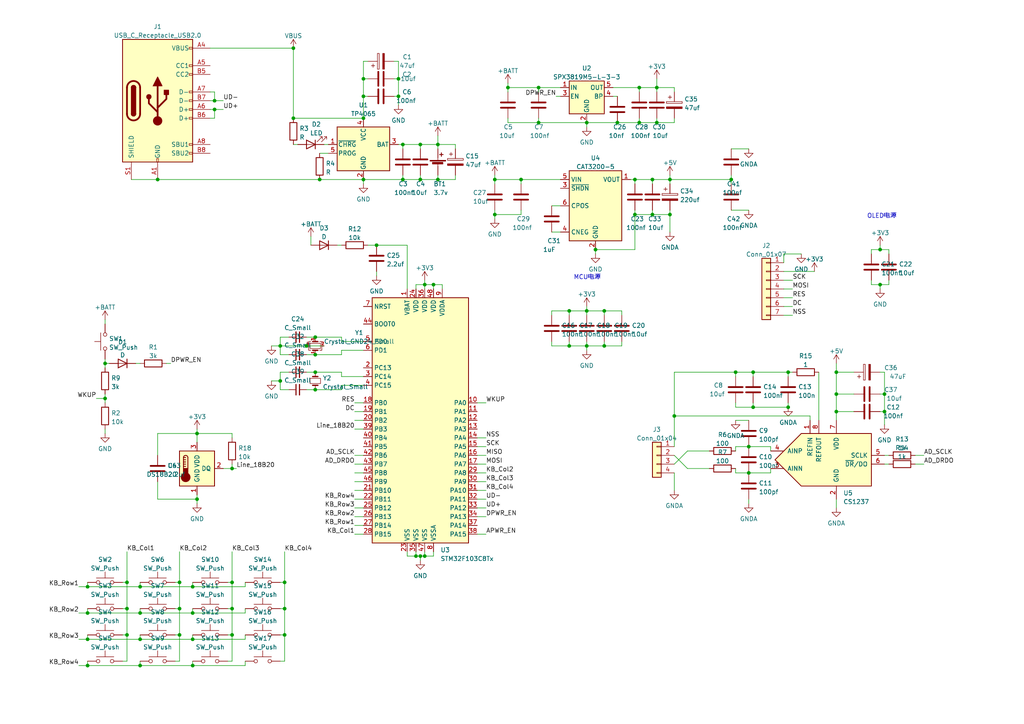
<source format=kicad_sch>
(kicad_sch (version 20211123) (generator eeschema)
  (paper "A4")
  (junction (at 127 52.07))
  (junction (at 125.73 82.55))
  (junction (at 121.92 52.07))
  (junction (at 40.64 177.8))
  (junction (at 105.41 52.07))
  (junction (at 52.07 184.15))
  (junction (at 81.28 100.33))
  (junction (at 123.19 161.29))
  (junction (at 143.51 52.07))
  (junction (at 218.44 107.95))
  (junction (at 52.07 168.91))
  (junction (at 25.4 185.42))
  (junction (at 67.31 184.15))
  (junction (at 184.15 52.07))
  (junction (at 170.18 100.33))
  (junction (at 175.26 100.33))
  (junction (at 25.4 170.18))
  (junction (at 190.5 35.56))
  (junction (at 57.15 144.78))
  (junction (at 228.6 107.95))
  (junction (at 255.27 82.55))
  (junction (at 217.17 129.54))
  (junction (at 85.09 34.29))
  (junction (at 40.64 185.42))
  (junction (at 45.72 52.07))
  (junction (at 165.1 90.17))
  (junction (at 217.17 137.16))
  (junction (at 170.18 90.17))
  (junction (at 82.55 168.91))
  (junction (at 195.58 120.65))
  (junction (at 213.36 107.95))
  (junction (at 67.31 135.89))
  (junction (at 105.41 22.86))
  (junction (at 218.44 118.11))
  (junction (at 82.55 184.15))
  (junction (at 85.09 13.97))
  (junction (at 256.54 119.38))
  (junction (at 194.31 52.07))
  (junction (at 120.65 161.29))
  (junction (at 143.51 62.23))
  (junction (at 179.07 35.56))
  (junction (at 91.44 113.03))
  (junction (at 55.88 170.18))
  (junction (at 105.41 34.29))
  (junction (at 40.64 193.04))
  (junction (at 62.23 29.21))
  (junction (at 115.57 22.86))
  (junction (at 228.6 118.11))
  (junction (at 91.44 97.79))
  (junction (at 165.1 100.33))
  (junction (at 67.31 176.53))
  (junction (at 123.19 82.55))
  (junction (at 55.88 193.04))
  (junction (at 170.18 35.56))
  (junction (at 55.88 185.42))
  (junction (at 82.55 176.53))
  (junction (at 67.31 168.91))
  (junction (at 88.9 100.33))
  (junction (at 156.21 35.56))
  (junction (at 116.84 52.07))
  (junction (at 36.83 168.91))
  (junction (at 255.27 72.39))
  (junction (at 91.44 102.87))
  (junction (at 242.57 119.38))
  (junction (at 190.5 25.4))
  (junction (at 30.48 115.57))
  (junction (at 25.4 193.04))
  (junction (at 116.84 41.91))
  (junction (at 40.64 170.18))
  (junction (at 127 41.91))
  (junction (at 57.15 125.73))
  (junction (at 115.57 27.94))
  (junction (at 242.57 107.95))
  (junction (at 109.22 71.12))
  (junction (at 212.09 52.07))
  (junction (at 25.4 177.8))
  (junction (at 175.26 90.17))
  (junction (at 147.32 25.4))
  (junction (at 185.42 25.4))
  (junction (at 156.21 25.4))
  (junction (at 256.54 114.3))
  (junction (at 92.71 52.07))
  (junction (at 36.83 184.15))
  (junction (at 194.31 62.23))
  (junction (at 91.44 107.95))
  (junction (at 189.23 52.07))
  (junction (at 184.15 62.23))
  (junction (at 62.23 31.75))
  (junction (at 242.57 114.3))
  (junction (at 36.83 176.53))
  (junction (at 189.23 62.23))
  (junction (at 30.48 105.41))
  (junction (at 105.41 27.94))
  (junction (at 185.42 35.56))
  (junction (at 121.92 41.91))
  (junction (at 121.92 161.29))
  (junction (at 81.28 110.49))
  (junction (at 151.13 52.07))
  (junction (at 52.07 176.53))
  (junction (at 55.88 177.8))
  (junction (at 172.72 72.39))
  (wire (pts (xy 213.36 121.92) (xy 217.17 121.92)))
  (wire (pts (xy 81.28 184.15) (xy 82.55 184.15)))
  (wire (pts (xy 255.27 82.55) (xy 257.81 82.55)))
  (wire (pts (xy 81.28 176.53) (xy 82.55 176.53)))
  (wire (pts (xy 247.65 114.3) (xy 242.57 114.3)))
  (wire (pts (xy 140.97 137.16) (xy 138.43 137.16)))
  (wire (pts (xy 247.65 107.95) (xy 242.57 107.95)))
  (wire (pts (xy 66.04 191.77) (xy 67.31 191.77)))
  (wire (pts (xy 195.58 134.62) (xy 199.39 130.81)))
  (wire (pts (xy 237.49 107.95) (xy 237.49 121.92)))
  (wire (pts (xy 194.31 52.07) (xy 212.09 52.07)))
  (wire (pts (xy 257.81 134.62) (xy 256.54 134.62)))
  (wire (pts (xy 165.1 90.17) (xy 170.18 90.17)))
  (wire (pts (xy 99.06 99.06) (xy 105.41 99.06)))
  (wire (pts (xy 105.41 34.29) (xy 105.41 27.94)))
  (wire (pts (xy 92.71 44.45) (xy 95.25 44.45)))
  (wire (pts (xy 140.97 134.62) (xy 138.43 134.62)))
  (wire (pts (xy 194.31 62.23) (xy 194.31 67.31)))
  (wire (pts (xy 55.88 191.77) (xy 55.88 193.04)))
  (wire (pts (xy 66.04 168.91) (xy 67.31 168.91)))
  (wire (pts (xy 36.83 168.91) (xy 36.83 176.53)))
  (wire (pts (xy 102.87 149.86) (xy 105.41 149.86)))
  (wire (pts (xy 147.32 35.56) (xy 156.21 35.56)))
  (wire (pts (xy 36.83 160.02) (xy 36.83 168.91)))
  (wire (pts (xy 256.54 119.38) (xy 256.54 114.3)))
  (wire (pts (xy 170.18 90.17) (xy 175.26 90.17)))
  (wire (pts (xy 115.57 30.48) (xy 115.57 27.94)))
  (wire (pts (xy 62.23 29.21) (xy 64.77 29.21)))
  (wire (pts (xy 30.48 92.71) (xy 30.48 93.98)))
  (wire (pts (xy 242.57 114.3) (xy 242.57 119.38)))
  (wire (pts (xy 118.11 83.82) (xy 118.11 71.12)))
  (wire (pts (xy 105.41 22.86) (xy 106.68 22.86)))
  (wire (pts (xy 71.12 168.91) (xy 71.12 170.18)))
  (wire (pts (xy 229.87 86.36) (xy 227.33 86.36)))
  (wire (pts (xy 255.27 119.38) (xy 256.54 119.38)))
  (wire (pts (xy 85.09 34.29) (xy 85.09 13.97)))
  (wire (pts (xy 213.36 129.54) (xy 213.36 130.81)))
  (wire (pts (xy 147.32 24.13) (xy 147.32 25.4)))
  (wire (pts (xy 212.09 43.18) (xy 217.17 43.18)))
  (wire (pts (xy 217.17 137.16) (xy 223.52 137.16)))
  (wire (pts (xy 127 41.91) (xy 132.08 41.91)))
  (wire (pts (xy 123.19 83.82) (xy 123.19 82.55)))
  (wire (pts (xy 182.88 52.07) (xy 184.15 52.07)))
  (wire (pts (xy 30.48 125.73) (xy 30.48 124.46)))
  (wire (pts (xy 160.02 90.17) (xy 165.1 90.17)))
  (wire (pts (xy 36.83 184.15) (xy 36.83 191.77)))
  (wire (pts (xy 57.15 125.73) (xy 57.15 128.27)))
  (wire (pts (xy 60.96 34.29) (xy 62.23 34.29)))
  (wire (pts (xy 151.13 60.96) (xy 151.13 62.23)))
  (wire (pts (xy 118.11 71.12) (xy 109.22 71.12)))
  (wire (pts (xy 91.44 102.87) (xy 88.9 102.87)))
  (wire (pts (xy 257.81 132.08) (xy 256.54 132.08)))
  (wire (pts (xy 252.73 73.66) (xy 252.73 72.39)))
  (wire (pts (xy 242.57 144.78) (xy 242.57 147.32)))
  (wire (pts (xy 52.07 168.91) (xy 52.07 160.02)))
  (wire (pts (xy 227.33 76.2) (xy 227.33 73.66)))
  (wire (pts (xy 67.31 127) (xy 67.31 125.73)))
  (wire (pts (xy 99.06 113.03) (xy 99.06 111.76)))
  (wire (pts (xy 160.02 91.44) (xy 160.02 90.17)))
  (wire (pts (xy 189.23 52.07) (xy 194.31 52.07)))
  (wire (pts (xy 71.12 193.04) (xy 71.12 191.77)))
  (wire (pts (xy 194.31 60.96) (xy 194.31 62.23)))
  (wire (pts (xy 120.65 161.29) (xy 121.92 161.29)))
  (wire (pts (xy 121.92 162.56) (xy 121.92 161.29)))
  (wire (pts (xy 267.97 134.62) (xy 265.43 134.62)))
  (wire (pts (xy 67.31 176.53) (xy 67.31 168.91)))
  (wire (pts (xy 212.09 60.96) (xy 217.17 60.96)))
  (wire (pts (xy 140.97 132.08) (xy 138.43 132.08)))
  (wire (pts (xy 185.42 25.4) (xy 190.5 25.4)))
  (wire (pts (xy 151.13 52.07) (xy 162.56 52.07)))
  (wire (pts (xy 81.28 107.95) (xy 81.28 110.49)))
  (wire (pts (xy 128.27 82.55) (xy 128.27 83.82)))
  (wire (pts (xy 147.32 26.67) (xy 147.32 25.4)))
  (wire (pts (xy 102.87 147.32) (xy 105.41 147.32)))
  (wire (pts (xy 213.36 116.84) (xy 213.36 118.11)))
  (wire (pts (xy 45.72 144.78) (xy 45.72 139.7)))
  (wire (pts (xy 25.4 191.77) (xy 25.4 193.04)))
  (wire (pts (xy 116.84 50.8) (xy 116.84 52.07)))
  (wire (pts (xy 195.58 107.95) (xy 213.36 107.95)))
  (wire (pts (xy 125.73 83.82) (xy 125.73 82.55)))
  (wire (pts (xy 81.28 113.03) (xy 83.82 113.03)))
  (wire (pts (xy 177.8 25.4) (xy 185.42 25.4)))
  (wire (pts (xy 45.72 125.73) (xy 57.15 125.73)))
  (wire (pts (xy 81.28 191.77) (xy 82.55 191.77)))
  (wire (pts (xy 175.26 99.06) (xy 175.26 100.33)))
  (wire (pts (xy 125.73 161.29) (xy 125.73 160.02)))
  (wire (pts (xy 99.06 107.95) (xy 91.44 107.95)))
  (wire (pts (xy 48.26 105.41) (xy 49.53 105.41)))
  (wire (pts (xy 218.44 107.95) (xy 228.6 107.95)))
  (wire (pts (xy 127 50.8) (xy 127 52.07)))
  (wire (pts (xy 123.19 160.02) (xy 123.19 161.29)))
  (wire (pts (xy 170.18 100.33) (xy 175.26 100.33)))
  (wire (pts (xy 25.4 170.18) (xy 40.64 170.18)))
  (wire (pts (xy 62.23 26.67) (xy 62.23 29.21)))
  (wire (pts (xy 40.64 184.15) (xy 40.64 185.42)))
  (wire (pts (xy 115.57 27.94) (xy 115.57 22.86)))
  (wire (pts (xy 218.44 118.11) (xy 228.6 118.11)))
  (wire (pts (xy 217.17 129.54) (xy 223.52 129.54)))
  (wire (pts (xy 105.41 139.7) (xy 102.87 139.7)))
  (wire (pts (xy 172.72 72.39) (xy 184.15 72.39)))
  (wire (pts (xy 115.57 22.86) (xy 114.3 22.86)))
  (wire (pts (xy 39.37 105.41) (xy 40.64 105.41)))
  (wire (pts (xy 40.64 168.91) (xy 40.64 170.18)))
  (wire (pts (xy 116.84 41.91) (xy 121.92 41.91)))
  (wire (pts (xy 175.26 91.44) (xy 175.26 90.17)))
  (wire (pts (xy 81.28 100.33) (xy 88.9 100.33)))
  (wire (pts (xy 102.87 137.16) (xy 105.41 137.16)))
  (wire (pts (xy 35.56 191.77) (xy 36.83 191.77)))
  (wire (pts (xy 93.98 41.91) (xy 95.25 41.91)))
  (wire (pts (xy 55.88 168.91) (xy 55.88 170.18)))
  (wire (pts (xy 156.21 25.4) (xy 162.56 25.4)))
  (wire (pts (xy 25.4 185.42) (xy 40.64 185.42)))
  (wire (pts (xy 247.65 119.38) (xy 242.57 119.38)))
  (wire (pts (xy 102.87 119.38) (xy 105.41 119.38)))
  (wire (pts (xy 160.02 99.06) (xy 160.02 100.33)))
  (wire (pts (xy 35.56 168.91) (xy 36.83 168.91)))
  (wire (pts (xy 127 43.18) (xy 127 41.91)))
  (wire (pts (xy 140.97 129.54) (xy 138.43 129.54)))
  (wire (pts (xy 120.65 82.55) (xy 123.19 82.55)))
  (wire (pts (xy 52.07 176.53) (xy 52.07 168.91)))
  (wire (pts (xy 120.65 83.82) (xy 120.65 82.55)))
  (wire (pts (xy 227.33 73.66) (xy 232.41 73.66)))
  (wire (pts (xy 55.88 184.15) (xy 55.88 185.42)))
  (wire (pts (xy 105.41 27.94) (xy 105.41 22.86)))
  (wire (pts (xy 170.18 91.44) (xy 170.18 90.17)))
  (wire (pts (xy 109.22 78.74) (xy 109.22 80.01)))
  (wire (pts (xy 165.1 91.44) (xy 165.1 90.17)))
  (wire (pts (xy 170.18 90.17) (xy 170.18 88.9)))
  (wire (pts (xy 255.27 72.39) (xy 257.81 72.39)))
  (wire (pts (xy 255.27 114.3) (xy 256.54 114.3)))
  (wire (pts (xy 143.51 53.34) (xy 143.51 52.07)))
  (wire (pts (xy 234.95 120.65) (xy 195.58 120.65)))
  (wire (pts (xy 92.71 52.07) (xy 105.41 52.07)))
  (wire (pts (xy 40.64 193.04) (xy 55.88 193.04)))
  (wire (pts (xy 255.27 83.82) (xy 255.27 82.55)))
  (wire (pts (xy 105.41 111.76) (xy 99.06 111.76)))
  (wire (pts (xy 213.36 137.16) (xy 217.17 137.16)))
  (wire (pts (xy 120.65 160.02) (xy 120.65 161.29)))
  (wire (pts (xy 229.87 107.95) (xy 228.6 107.95)))
  (wire (pts (xy 228.6 118.11) (xy 228.6 116.84)))
  (wire (pts (xy 67.31 168.91) (xy 67.31 160.02)))
  (wire (pts (xy 228.6 109.22) (xy 228.6 107.95)))
  (wire (pts (xy 81.28 110.49) (xy 81.28 113.03)))
  (wire (pts (xy 165.1 100.33) (xy 170.18 100.33)))
  (wire (pts (xy 161.29 27.94) (xy 162.56 27.94)))
  (wire (pts (xy 138.43 147.32) (xy 140.97 147.32)))
  (wire (pts (xy 55.88 185.42) (xy 71.12 185.42)))
  (wire (pts (xy 242.57 107.95) (xy 242.57 114.3)))
  (wire (pts (xy 30.48 116.84) (xy 30.48 115.57)))
  (wire (pts (xy 105.41 101.6) (xy 99.06 101.6)))
  (wire (pts (xy 115.57 17.78) (xy 115.57 22.86)))
  (wire (pts (xy 25.4 193.04) (xy 40.64 193.04)))
  (wire (pts (xy 105.41 116.84) (xy 102.87 116.84)))
  (wire (pts (xy 40.64 191.77) (xy 40.64 193.04)))
  (wire (pts (xy 185.42 35.56) (xy 190.5 35.56)))
  (wire (pts (xy 212.09 52.07) (xy 212.09 53.34)))
  (wire (pts (xy 190.5 22.86) (xy 190.5 25.4)))
  (wire (pts (xy 147.32 35.56) (xy 147.32 34.29)))
  (wire (pts (xy 190.5 35.56) (xy 190.5 34.29)))
  (wire (pts (xy 85.09 41.91) (xy 86.36 41.91)))
  (wire (pts (xy 82.55 168.91) (xy 82.55 160.02)))
  (wire (pts (xy 185.42 26.67) (xy 185.42 25.4)))
  (wire (pts (xy 71.12 185.42) (xy 71.12 184.15)))
  (wire (pts (xy 93.98 100.33) (xy 88.9 100.33)))
  (wire (pts (xy 40.64 176.53) (xy 40.64 177.8)))
  (wire (pts (xy 189.23 53.34) (xy 189.23 52.07)))
  (wire (pts (xy 22.86 185.42) (xy 25.4 185.42)))
  (wire (pts (xy 189.23 62.23) (xy 184.15 62.23)))
  (wire (pts (xy 213.36 109.22) (xy 213.36 107.95)))
  (wire (pts (xy 175.26 90.17) (xy 180.34 90.17)))
  (wire (pts (xy 60.96 29.21) (xy 62.23 29.21)))
  (wire (pts (xy 99.06 71.12) (xy 97.79 71.12)))
  (wire (pts (xy 160.02 100.33) (xy 165.1 100.33)))
  (wire (pts (xy 179.07 35.56) (xy 185.42 35.56)))
  (wire (pts (xy 91.44 113.03) (xy 88.9 113.03)))
  (wire (pts (xy 67.31 184.15) (xy 67.31 176.53)))
  (wire (pts (xy 57.15 124.46) (xy 57.15 125.73)))
  (wire (pts (xy 22.86 170.18) (xy 25.4 170.18)))
  (wire (pts (xy 102.87 121.92) (xy 105.41 121.92)))
  (wire (pts (xy 116.84 43.18) (xy 116.84 41.91)))
  (wire (pts (xy 88.9 107.95) (xy 91.44 107.95)))
  (wire (pts (xy 27.94 115.57) (xy 30.48 115.57)))
  (wire (pts (xy 143.51 62.23) (xy 151.13 62.23)))
  (wire (pts (xy 195.58 120.65) (xy 195.58 107.95)))
  (wire (pts (xy 242.57 105.41) (xy 242.57 107.95)))
  (wire (pts (xy 102.87 124.46) (xy 105.41 124.46)))
  (wire (pts (xy 105.41 132.08) (xy 102.87 132.08)))
  (wire (pts (xy 45.72 52.07) (xy 38.1 52.07)))
  (wire (pts (xy 40.64 170.18) (xy 55.88 170.18)))
  (wire (pts (xy 185.42 34.29) (xy 185.42 35.56)))
  (wire (pts (xy 99.06 99.06) (xy 99.06 97.79)))
  (wire (pts (xy 184.15 62.23) (xy 184.15 60.96)))
  (wire (pts (xy 227.33 78.74) (xy 236.22 78.74)))
  (wire (pts (xy 78.74 100.33) (xy 81.28 100.33)))
  (wire (pts (xy 229.87 91.44) (xy 227.33 91.44)))
  (wire (pts (xy 194.31 52.07) (xy 194.31 53.34)))
  (wire (pts (xy 160.02 67.31) (xy 162.56 67.31)))
  (wire (pts (xy 25.4 176.53) (xy 25.4 177.8)))
  (wire (pts (xy 105.41 22.86) (xy 105.41 17.78)))
  (wire (pts (xy 35.56 184.15) (xy 36.83 184.15)))
  (wire (pts (xy 121.92 41.91) (xy 127 41.91)))
  (wire (pts (xy 50.8 184.15) (xy 52.07 184.15)))
  (wire (pts (xy 213.36 118.11) (xy 218.44 118.11)))
  (wire (pts (xy 257.81 82.55) (xy 257.81 81.28)))
  (wire (pts (xy 105.41 17.78) (xy 106.68 17.78)))
  (wire (pts (xy 132.08 52.07) (xy 127 52.07)))
  (wire (pts (xy 190.5 25.4) (xy 195.58 25.4)))
  (wire (pts (xy 62.23 31.75) (xy 64.77 31.75)))
  (wire (pts (xy 118.11 161.29) (xy 120.65 161.29)))
  (wire (pts (xy 143.51 63.5) (xy 143.51 62.23)))
  (wire (pts (xy 227.33 88.9) (xy 229.87 88.9)))
  (wire (pts (xy 123.19 81.28) (xy 123.19 82.55)))
  (wire (pts (xy 234.95 121.92) (xy 234.95 120.65)))
  (wire (pts (xy 83.82 107.95) (xy 81.28 107.95)))
  (wire (pts (xy 156.21 35.56) (xy 170.18 35.56)))
  (wire (pts (xy 127 39.37) (xy 127 41.91)))
  (wire (pts (xy 60.96 31.75) (xy 62.23 31.75)))
  (wire (pts (xy 66.04 184.15) (xy 67.31 184.15)))
  (wire (pts (xy 30.48 115.57) (xy 30.48 114.3)))
  (wire (pts (xy 147.32 25.4) (xy 156.21 25.4)))
  (wire (pts (xy 165.1 100.33) (xy 165.1 99.06)))
  (wire (pts (xy 194.31 52.07) (xy 194.31 50.8)))
  (wire (pts (xy 55.88 177.8) (xy 71.12 177.8)))
  (wire (pts (xy 78.74 110.49) (xy 81.28 110.49)))
  (wire (pts (xy 91.44 113.03) (xy 99.06 113.03)))
  (wire (pts (xy 180.34 100.33) (xy 180.34 99.06)))
  (wire (pts (xy 212.09 50.8) (xy 212.09 52.07)))
  (wire (pts (xy 256.54 114.3) (xy 256.54 107.95)))
  (wire (pts (xy 138.43 154.94) (xy 140.97 154.94)))
  (wire (pts (xy 175.26 100.33) (xy 180.34 100.33)))
  (wire (pts (xy 140.97 139.7) (xy 138.43 139.7)))
  (wire (pts (xy 217.17 146.05) (xy 217.17 144.78)))
  (wire (pts (xy 66.04 176.53) (xy 67.31 176.53)))
  (wire (pts (xy 180.34 90.17) (xy 180.34 91.44)))
  (wire (pts (xy 50.8 168.91) (xy 52.07 168.91)))
  (wire (pts (xy 257.81 72.39) (xy 257.81 73.66)))
  (wire (pts (xy 25.4 177.8) (xy 40.64 177.8)))
  (wire (pts (xy 170.18 101.6) (xy 170.18 100.33)))
  (wire (pts (xy 170.18 100.33) (xy 170.18 99.06)))
  (wire (pts (xy 105.41 152.4) (xy 102.87 152.4)))
  (wire (pts (xy 195.58 129.54) (xy 195.58 120.65)))
  (wire (pts (xy 121.92 43.18) (xy 121.92 41.91)))
  (wire (pts (xy 106.68 71.12) (xy 109.22 71.12)))
  (wire (pts (xy 252.73 72.39) (xy 255.27 72.39)))
  (wire (pts (xy 25.4 168.91) (xy 25.4 170.18)))
  (wire (pts (xy 213.36 129.54) (xy 217.17 129.54)))
  (wire (pts (xy 256.54 123.19) (xy 256.54 119.38)))
  (wire (pts (xy 140.97 127) (xy 138.43 127)))
  (wire (pts (xy 218.44 116.84) (xy 218.44 118.11)))
  (wire (pts (xy 195.58 132.08) (xy 199.39 135.89)))
  (wire (pts (xy 25.4 184.15) (xy 25.4 185.42)))
  (wire (pts (xy 81.28 168.91) (xy 82.55 168.91)))
  (wire (pts (xy 223.52 129.54) (xy 223.52 130.81)))
  (wire (pts (xy 115.57 41.91) (xy 116.84 41.91)))
  (wire (pts (xy 52.07 184.15) (xy 52.07 176.53)))
  (wire (pts (xy 105.41 53.34) (xy 105.41 52.07)))
  (wire (pts (xy 114.3 27.94) (xy 115.57 27.94)))
  (wire (pts (xy 252.73 81.28) (xy 252.73 82.55)))
  (wire (pts (xy 123.19 161.29) (xy 125.73 161.29)))
  (wire (pts (xy 99.06 97.79) (xy 91.44 97.79)))
  (wire (pts (xy 30.48 104.14) (xy 30.48 105.41)))
  (wire (pts (xy 105.41 154.94) (xy 102.87 154.94)))
  (wire (pts (xy 256.54 107.95) (xy 255.27 107.95)))
  (wire (pts (xy 199.39 130.81) (xy 205.74 130.81)))
  (wire (pts (xy 52.07 191.77) (xy 52.07 184.15)))
  (wire (pts (xy 213.36 135.89) (xy 213.36 137.16)))
  (wire (pts (xy 99.06 102.87) (xy 99.06 101.6)))
  (wire (pts (xy 143.51 52.07) (xy 151.13 52.07)))
  (wire (pts (xy 55.88 170.18) (xy 71.12 170.18)))
  (wire (pts (xy 132.08 41.91) (xy 132.08 43.18)))
  (wire (pts (xy 143.51 50.8) (xy 143.51 52.07)))
  (wire (pts (xy 67.31 135.89) (xy 68.58 135.89)))
  (wire (pts (xy 30.48 105.41) (xy 31.75 105.41)))
  (wire (pts (xy 242.57 121.92) (xy 242.57 119.38)))
  (wire (pts (xy 57.15 144.78) (xy 57.15 143.51)))
  (wire (pts (xy 252.73 82.55) (xy 255.27 82.55)))
  (wire (pts (xy 179.07 27.94) (xy 177.8 27.94)))
  (wire (pts (xy 40.64 177.8) (xy 55.88 177.8)))
  (wire (pts (xy 35.56 176.53) (xy 36.83 176.53)))
  (wire (pts (xy 172.72 73.66) (xy 172.72 72.39)))
  (wire (pts (xy 195.58 35.56) (xy 190.5 35.56)))
  (wire (pts (xy 50.8 191.77) (xy 52.07 191.77)))
  (wire (pts (xy 55.88 176.53) (xy 55.88 177.8)))
  (wire (pts (xy 140.97 116.84) (xy 138.43 116.84)))
  (wire (pts (xy 227.33 81.28) (xy 229.87 81.28)))
  (wire (pts (xy 55.88 193.04) (xy 71.12 193.04)))
  (wire (pts (xy 102.87 144.78) (xy 105.41 144.78)))
  (wire (pts (xy 40.64 185.42) (xy 55.88 185.42)))
  (wire (pts (xy 106.68 27.94) (xy 105.41 27.94)))
  (wire (pts (xy 36.83 176.53) (xy 36.83 184.15)))
  (wire (pts (xy 213.36 107.95) (xy 218.44 107.95)))
  (wire (pts (xy 195.58 25.4) (xy 195.58 26.67)))
  (wire (pts (xy 83.82 97.79) (xy 81.28 97.79)))
  (wire (pts (xy 67.31 125.73) (xy 57.15 125.73)))
  (wire (pts (xy 121.92 161.29) (xy 123.19 161.29)))
  (wire (pts (xy 143.51 62.23) (xy 143.51 60.96)))
  (wire (pts (xy 170.18 35.56) (xy 179.07 35.56)))
  (wire (pts (xy 30.48 105.41) (xy 30.48 106.68)))
  (wire (pts (xy 123.19 82.55) (xy 125.73 82.55)))
  (wire (pts (xy 121.92 52.07) (xy 127 52.07)))
  (wire (pts (xy 81.28 102.87) (xy 83.82 102.87)))
  (wire (pts (xy 218.44 109.22) (xy 218.44 107.95)))
  (wire (pts (xy 57.15 144.78) (xy 45.72 144.78)))
  (wire (pts (xy 50.8 176.53) (xy 52.07 176.53)))
  (wire (pts (xy 99.06 109.22) (xy 99.06 107.95)))
  (wire (pts (xy 195.58 137.16) (xy 195.58 142.24)))
  (wire (pts (xy 160.02 59.69) (xy 162.56 59.69)))
  (wire (pts (xy 140.97 142.24) (xy 138.43 142.24)))
  (wire (pts (xy 190.5 25.4) (xy 190.5 26.67)))
  (wire (pts (xy 82.55 191.77) (xy 82.55 184.15)))
  (wire (pts (xy 85.09 34.29) (xy 105.41 34.29)))
  (wire (pts (xy 102.87 142.24) (xy 105.41 142.24)))
  (wire (pts (xy 255.27 72.39) (xy 255.27 71.12)))
  (wire (pts (xy 170.18 36.83) (xy 170.18 35.56)))
  (wire (pts (xy 140.97 149.86) (xy 138.43 149.86)))
  (wire (pts (xy 91.44 102.87) (xy 99.06 102.87)))
  (wire (pts (xy 67.31 191.77) (xy 67.31 184.15)))
  (wire (pts (xy 22.86 193.04) (xy 25.4 193.04)))
  (wire (pts (xy 114.3 17.78) (xy 115.57 17.78)))
  (wire (pts (xy 184.15 53.34) (xy 184.15 52.07)))
  (wire (pts (xy 223.52 137.16) (xy 223.52 135.89)))
  (wire (pts (xy 45.72 132.08) (xy 45.72 125.73)))
  (wire (pts (xy 189.23 60.96) (xy 189.23 62.23)))
  (wire (pts (xy 125.73 82.55) (xy 128.27 82.55)))
  (wire (pts (xy 102.87 134.62) (xy 105.41 134.62)))
  (wire (pts (xy 184.15 72.39) (xy 184.15 62.23)))
  (wire (pts (xy 57.15 146.05) (xy 57.15 144.78)))
  (wire (pts (xy 116.84 52.07) (xy 121.92 52.07)))
  (wire (pts (xy 45.72 52.07) (xy 92.71 52.07)))
  (wire (pts (xy 82.55 176.53) (xy 82.55 168.91)))
  (wire (pts (xy 90.17 71.12) (xy 90.17 68.58)))
  (wire (pts (xy 82.55 184.15) (xy 82.55 176.53)))
  (wire (pts (xy 267.97 132.08) (xy 265.43 132.08)))
  (wire (pts (xy 64.77 135.89) (xy 67.31 135.89)))
  (wire (pts (xy 67.31 134.62) (xy 67.31 135.89)))
  (wire (pts (xy 62.23 34.29) (xy 62.23 31.75)))
  (wire (pts (xy 132.08 50.8) (xy 132.08 52.07)))
  (wire (pts (xy 22.86 177.8) (xy 25.4 177.8)))
  (wire (pts (xy 71.12 176.53) (xy 71.12 177.8)))
  (wire (pts (xy 184.15 52.07) (xy 189.23 52.07)))
  (wire (pts (xy 121.92 50.8) (xy 121.92 52.07)))
  (wire (pts (xy 105.41 52.07) (xy 116.84 52.07)))
  (wire (pts (xy 118.11 160.02) (xy 118.11 161.29)))
  (wire (pts (xy 156.21 26.67) (xy 156.21 25.4)))
  (wire (pts (xy 60.96 26.67) (xy 62.23 26.67)))
  (wire (pts (xy 195.58 34.29) (xy 195.58 35.56)))
  (wire (pts (xy 151.13 53.34) (xy 151.13 52.07)))
  (wire (pts (xy 60.96 13.97) (xy 85.09 13.97)))
  (wire (pts (xy 88.9 97.79) (xy 91.44 97.79)))
  (wire (pts (xy 81.28 97.79) (xy 81.28 100.33)))
  (wire (pts (xy 156.21 34.29) (xy 156.21 35.56)))
  (wire (pts (xy 229.87 83.82) (xy 227.33 83.82)))
  (wire (pts (xy 81.28 100.33) (xy 81.28 102.87)))
  (wire (pts (xy 99.06 109.22) (xy 105.41 109.22)))
  (wire (pts (xy 189.23 62.23) (xy 194.31 62.23)))
  (wire (pts (xy 140.97 144.78) (xy 138.43 144.78)))
  (wire (pts (xy 199.39 135.89) (xy 205.74 135.89)))
  (text "OLED电源" (at 251.46 63.5 0) (effects (font (size 1.27 1.27)) (justify left bottom)))
  (text "MCU电源" (at 166.37 81.28 0) (effects (font (size 1.27 1.27)) (justify left bottom)))
  (label "Line_18B20" (at 102.87 124.46 180))
  (label "KB_Row1" (at 22.86 170.18 180))
  (label "WKUP" (at 140.97 116.84 0))
  (label "AD_SCLK" (at 267.97 132.08 0))
  (label "NSS" (at 140.97 127 0))
  (label "KB_Col3" (at 140.97 139.7 0))
  (label "MOSI" (at 140.97 134.62 0))
  (label "KB_Row3" (at 22.86 185.42 180))
  (label "DC" (at 102.87 119.38 180))
  (label "WKUP" (at 27.94 115.57 180))
  (label "KB_Col1" (at 36.83 160.02 0))
  (label "MOSI" (at 229.87 83.82 0))
  (label "KB_Col2" (at 140.97 137.16 0))
  (label "RES" (at 102.87 116.84 180))
  (label "KB_Col4" (at 140.97 142.24 0))
  (label "SCK" (at 140.97 129.54 0))
  (label "KB_Row2" (at 22.86 177.8 180))
  (label "DPWR_EN" (at 49.53 105.41 0))
  (label "UD-" (at 64.77 29.21 0))
  (label "AD_SCLK" (at 102.87 132.08 180))
  (label "KB_Row2" (at 102.87 149.86 180))
  (label "UD+" (at 140.97 147.32 0))
  (label "UD+" (at 64.77 31.75 0))
  (label "SCK" (at 229.87 81.28 0))
  (label "KB_Row4" (at 22.86 193.04 180))
  (label "KB_Col1" (at 102.87 154.94 180))
  (label "Line_18B20" (at 68.58 135.89 0))
  (label "KB_Col2" (at 52.07 160.02 0))
  (label "KB_Col4" (at 82.55 160.02 0))
  (label "AD_DRDO" (at 267.97 134.62 0))
  (label "KB_Row4" (at 102.87 144.78 180))
  (label "DC" (at 229.87 88.9 0))
  (label "AD_DRDO" (at 102.87 134.62 180))
  (label "KB_Col3" (at 67.31 160.02 0))
  (label "RES" (at 229.87 86.36 0))
  (label "KB_Row1" (at 102.87 152.4 180))
  (label "DPWR_EN" (at 140.97 149.86 0))
  (label "UD-" (at 140.97 144.78 0))
  (label "NSS" (at 229.87 91.44 0))
  (label "APWR_EN" (at 140.97 154.94 0))
  (label "MISO" (at 140.97 132.08 0))
  (label "DPWR_EN" (at 161.29 27.94 180))
  (label "KB_Row3" (at 102.87 147.32 180))
  (symbol (lib_id "Device:C") (at 156.21 30.48 0) (unit 1)
    (property "Reference" "C7" (at 154.94 36.83 0) (effects (justify left)))
    (property "Value" "100nf" (at 153.67 39.37 0) (effects (justify left)))
    (property "Footprint" "Capacitor_SMD:C_0603_1608Metric" (effects hide))
  )
  (symbol (lib_id "Device:C") (at 45.72 135.89 0) (unit 1)
    (property "Reference" "C43" (at 48.641 135.0553 0) (effects (justify left)))
    (property "Value" "2.2uf" (at 48.641 137.5922 0) (effects (justify left)))
    (property "Footprint" "Capacitor_SMD:C_0603_1608Metric" (effects hide))
  )
  (symbol (lib_id "Switch:SW_Push") (at 45.72 184.15 0) (unit 1)
    (property "Reference" "SW8" (at 45.72 177.5292 0))
    (property "Value" "SW_Push" (at 45.72 180.0661 0))
    (property "Footprint" "Button_Switch_SMD:SW_Push_SPST_NO_Alps_SKRK" (effects hide))
  )
  (symbol (lib_id "Device:C") (at 110.49 22.86 90) (unit 1)
    (property "Reference" "C2" (at 119.38 21.59 90) (effects (justify left)))
    (property "Value" "10uf" (at 120.65 22.86 90) (effects (justify left)))
    (property "Footprint" "Capacitor_SMD:C_0805_2012Metric" (effects hide))
  )
  (symbol (lib_id "Device:C") (at 213.36 113.03 0) (unit 1)
    (property "Reference" "C8" (at 207.01 111.76 0) (effects (justify left)))
    (property "Value" "10uf" (at 205.74 114.3 0) (effects (justify left)))
    (property "Footprint" "Capacitor_SMD:C_0805_2012Metric" (effects hide))
  )
  (symbol (lib_id "Device:C") (at 175.26 95.25 0) (unit 1)
    (property "Reference" "C19" (at 178.181 94.4153 0) (effects (justify left)))
    (property "Value" "100nf" (at 178.181 96.9522 0) (effects (justify left)))
    (property "Footprint" "Capacitor_SMD:C_0402_1005Metric" (effects hide))
  )
  (symbol (lib_id "Device:C") (at 217.17 125.73 0) (unit 1)
    (property "Reference" "C9" (at 220.091 124.8953 0) (effects (justify left)))
    (property "Value" "100pf" (at 220.091 127.4322 0) (effects (justify left)))
    (property "Footprint" "Capacitor_SMD:C_0402_1005Metric" (effects hide))
  )
  (symbol (lib_id "Device:C") (at 184.15 57.15 0) (unit 1)
    (property "Reference" "C23" (at 182.88 63.5 0) (effects (justify left)))
    (property "Value" "100nf" (at 181.61 66.04 0) (effects (justify left)))
    (property "Footprint" "Capacitor_SMD:C_0603_1608Metric" (effects hide))
  )
  (symbol (lib_id "Device:LED") (at 90.17 41.91 180) (unit 1)
    (property "Reference" "D2" (at 91.7575 36.0512 0))
    (property "Value" "LED" (at 91.7575 38.5881 0))
    (property "Footprint" "LED_SMD:LED_0603_1608Metric" (effects hide))
  )
  (symbol (lib_id "Device:C_Polarized") (at 195.58 30.48 0) (unit 1)
    (property "Reference" "C35" (at 198.501 28.7563 0) (effects (justify left)))
    (property "Value" "47uf" (at 198.501 31.2932 0) (effects (justify left)))
    (property "Footprint" "Capacitor_Tantalum_SMD:CP_EIA-3216-18_Kemet-A" (effects hide))
  )
  (symbol (lib_id "power:GND") (at 57.15 146.05 0) (unit 1)
    (property "Reference" "#PWR019" (effects hide))
    (property "Value" "GND" (at 57.15 150.4934 0))
  )
  (symbol (lib_id "Switch:SW_Push") (at 60.96 191.77 0) (unit 1)
    (property "Reference" "SW13" (at 60.96 185.1492 0))
    (property "Value" "SW_Push" (at 60.96 187.6861 0))
    (property "Footprint" "Button_Switch_SMD:SW_Push_SPST_NO_Alps_SKRK" (effects hide))
  )
  (symbol (lib_id "Device:C_Polarized") (at 251.46 107.95 90) (unit 1)
    (property "Reference" "C36" (at 260.35 106.68 90) (effects (justify left)))
    (property "Value" "47uF" (at 262.89 109.22 90) (effects (justify left)))
    (property "Footprint" "Capacitor_Tantalum_SMD:CP_EIA-3216-18_Kemet-A" (effects hide))
  )
  (symbol (lib_id "Device:R") (at 30.48 110.49 0) (unit 1)
    (property "Reference" "R9" (at 32.258 109.6553 0) (effects (justify left)))
    (property "Value" "3k" (at 32.258 112.1922 0) (effects (justify left)))
    (property "Footprint" "Resistor_SMD:R_0402_1005Metric" (effects hide))
  )
  (symbol (lib_id "Connector:USB_C_Receptacle_USB2.0") (at 45.72 29.21 0) (unit 1)
    (property "Reference" "J1" (at 45.72 7.7302 0))
    (property "Value" "USB_C_Receptacle_USB2.0" (at 45.72 10.2671 0))
    (property "Footprint" "Connector_USB:USB_C_Receptacle_Palconn_UTC16-G" (effects hide))
    (property "Datasheet" "https://www.usb.org/sites/default/files/documents/usb_type-c.zip" (effects hide))
  )
  (symbol (lib_id "Device:Crystal_Small") (at 91.44 110.49 90) (unit 1)
    (property "Reference" "Y2" (at 93.599 109.6553 90) (effects (justify right)))
    (property "Value" "Crystal_Small" (at 93.599 112.1922 90) (effects (justify right)))
    (property "Footprint" "Crystal:Crystal_SMD_3215-2Pin_3.2x1.5mm" (effects hide))
  )
  (symbol (lib_id "power:GND") (at 255.27 83.82 0) (unit 1)
    (property "Reference" "#PWR021" (effects hide))
    (property "Value" "GND" (at 255.27 88.2634 0))
  )
  (symbol (lib_id "Device:Battery_Cell") (at 127 48.26 0) (unit 1)
    (property "Reference" "BT1" (at 125.73 53.34 0) (effects (justify left)))
    (property "Value" "3.7v" (at 125.73 55.88 0) (effects (justify left)))
    (property "Footprint" "Jumper:SolderJumper-2_P1.3mm_Open_RoundedPad1.0x1.5mm" (effects hide))
  )
  (symbol (lib_id "power:+BATT") (at 127 39.37 0) (unit 1)
    (property "Reference" "#PWR06" (effects hide))
    (property "Value" "+BATT" (at 127 35.7942 0))
  )
  (symbol (lib_id "Device:C_Small") (at 86.36 113.03 90) (unit 1)
    (property "Reference" "C39" (at 86.3663 107.7681 90))
    (property "Value" "C_Small" (at 86.3663 110.305 90))
    (property "Footprint" "Capacitor_SMD:C_0402_1005Metric" (effects hide))
  )
  (symbol (lib_id "Device:R") (at 102.87 71.12 270) (unit 1)
    (property "Reference" "R12" (at 102.87 66.4042 90))
    (property "Value" "10k" (at 102.87 68.9411 90))
    (property "Footprint" "Resistor_SMD:R_0402_1005Metric" (effects hide))
  )
  (symbol (lib_id "Device:C") (at 151.13 57.15 0) (unit 1)
    (property "Reference" "C29" (at 149.86 63.5 0) (effects (justify left)))
    (property "Value" "100nf" (at 148.59 66.04 0) (effects (justify left)))
    (property "Footprint" "Capacitor_SMD:C_0603_1608Metric" (effects hide))
  )
  (symbol (lib_id "power:+3V3") (at 57.15 124.46 0) (unit 1)
    (property "Reference" "#PWR016" (effects hide))
    (property "Value" "+3V3" (at 57.15 120.8842 0))
  )
  (symbol (lib_id "Regulator_SwitchedCapacitor:CAT3200-5") (at 172.72 59.69 0) (unit 1)
    (property "Reference" "U4" (at 172.72 45.8302 0))
    (property "Value" "CAT3200-5" (at 172.72 48.3671 0))
    (property "Footprint" "Package_TO_SOT_SMD:SOT-23-6" (effects hide))
    (property "Datasheet" "https://www.onsemi.com/pdf/datasheet/cat3200-d.pdf" (effects hide))
  )
  (symbol (lib_id "Device:R") (at 44.45 105.41 90) (unit 1)
    (property "Reference" "R1" (at 44.45 100.6942 90))
    (property "Value" "3k" (at 44.45 103.2311 90))
    (property "Footprint" "Resistor_SMD:R_0402_1005Metric" (effects hide))
  )
  (symbol (lib_id "power:+3V3") (at 170.18 88.9 0) (unit 1)
    (property "Reference" "#PWR017" (effects hide))
    (property "Value" "+3V3" (at 170.18 85.3242 0))
  )
  (symbol (lib_id "Battery_Management:LTC4054ES5-4.2") (at 105.41 41.91 0) (unit 1)
    (property "Reference" "U1" (at 105.41 30.48 0))
    (property "Value" "TP4065" (at 105.41 33.02 0))
    (property "Footprint" "Package_TO_SOT_SMD:TSOT-23-5" (effects hide))
    (property "Datasheet" "https://www.analog.com/media/en/technical-documentation/data-sheets/405442xf.pdf" (effects hide))
  )
  (symbol (lib_id "power:GNDA") (at 217.17 43.18 0) (unit 1)
    (property "Reference" "#PWR013" (effects hide))
    (property "Value" "GNDA" (at 217.17 47.6234 0))
  )
  (symbol (lib_id "chipsea:CS1237") (at 242.57 133.35 0) (unit 1)
    (property "Reference" "U5" (at 244.5894 143.0004 0) (effects (justify left)))
    (property "Value" "CS1237" (at 244.5894 145.5373 0) (effects (justify left)))
    (property "Footprint" "Package_SO:SOP-8_3.76x4.96mm_P1.27mm" (effects hide))
    (property "Datasheet" "https://www.chipsea.com/boot/sys/common/static/temp/DS_CS1237_V1.1_CN_1630303167689.1_CN.pdf" (effects hide))
  )
  (symbol (lib_id "Device:R") (at 233.68 107.95 90) (unit 1)
    (property "Reference" "R15" (at 233.68 103.2342 90))
    (property "Value" "1" (at 233.68 105.7711 90))
    (property "Footprint" "Resistor_SMD:R_0603_1608Metric" (effects hide))
  )
  (symbol (lib_id "power:+3V3") (at 255.27 71.12 0) (unit 1)
    (property "Reference" "#PWR020" (effects hide))
    (property "Value" "+3V3" (at 255.27 67.5442 0))
  )
  (symbol (lib_id "Device:C") (at 189.23 57.15 0) (unit 1)
    (property "Reference" "C33" (at 187.96 63.5 0) (effects (justify left)))
    (property "Value" "10uf" (at 187.96 66.04 0) (effects (justify left)))
    (property "Footprint" "Capacitor_SMD:C_0805_2012Metric" (effects hide))
  )
  (symbol (lib_id "Device:D") (at 35.56 105.41 180) (unit 1)
    (property "Reference" "D1" (at 35.56 99.1702 0))
    (property "Value" "D" (at 35.56 102.9771 0))
    (property "Footprint" "Diode_SMD:D_SOD-523" (effects hide))
  )
  (symbol (lib_id "Switch:SW_Push") (at 60.96 176.53 0) (unit 1)
    (property "Reference" "SW11" (at 60.96 169.9092 0))
    (property "Value" "SW_Push" (at 60.96 172.4461 0))
    (property "Footprint" "Button_Switch_SMD:SW_Push_SPST_NO_Alps_SKRK" (effects hide))
  )
  (symbol (lib_id "Device:C") (at 160.02 95.25 0) (unit 1)
    (property "Reference" "C16" (at 162.941 94.4153 0) (effects (justify left)))
    (property "Value" "100nf" (at 162.941 96.9522 0) (effects (justify left)))
    (property "Footprint" "Capacitor_SMD:C_0402_1005Metric" (effects hide))
  )
  (symbol (lib_id "power:GNDA") (at 217.17 146.05 0) (unit 1)
    (property "Reference" "#PWR034" (effects hide))
    (property "Value" "GNDA" (at 217.17 150.4934 0))
  )
  (symbol (lib_id "Device:R") (at 85.09 38.1 0) (unit 1)
    (property "Reference" "R3" (at 86.868 37.2653 0) (effects (justify left)))
    (property "Value" "R" (at 86.868 39.8022 0) (effects (justify left)))
    (property "Footprint" "Resistor_SMD:R_0603_1608Metric" (effects hide))
  )
  (symbol (lib_id "Switch:SW_Push") (at 30.48 191.77 0) (unit 1)
    (property "Reference" "SW5" (at 30.48 185.1492 0))
    (property "Value" "SW_Push" (at 30.48 187.6861 0))
    (property "Footprint" "Button_Switch_SMD:SW_Push_SPST_NO_Alps_SKRK" (effects hide))
  )
  (symbol (lib_id "power:VBUS") (at 85.09 13.97 0) (unit 1)
    (property "Reference" "#PWR0112" (effects hide))
    (property "Value" "VBUS" (at 85.09 10.3942 0))
  )
  (symbol (lib_id "power:+BATT") (at 90.17 68.58 0) (unit 1)
    (property "Reference" "#PWR028" (effects hide))
    (property "Value" "+BATT" (at 90.17 65.0042 0))
  )
  (symbol (lib_id "power:+BATT") (at 143.51 50.8 0) (unit 1)
    (property "Reference" "#PWR0110" (effects hide))
    (property "Value" "+BATT" (at 143.51 47.2242 0))
  )
  (symbol (lib_id "Sensor_Temperature:DS18B20") (at 57.15 135.89 0) (unit 1)
    (property "Reference" "U6" (at 51.308 135.0553 0) (effects (justify right)))
    (property "Value" "DS18B20" (at 51.308 137.5922 0) (effects (justify right)))
    (property "Footprint" "Jumper:SolderJumper-3_P1.3mm_Open_RoundedPad1.0x1.5mm" (effects hide))
    (property "Datasheet" "http://datasheets.maximintegrated.com/en/ds/DS18B20.pdf" (effects hide))
  )
  (symbol (lib_id "Device:R") (at 92.71 48.26 0) (unit 1)
    (property "Reference" "R4" (at 94.488 47.4253 0) (effects (justify left)))
    (property "Value" "R" (at 94.488 49.9622 0) (effects (justify left)))
    (property "Footprint" "Resistor_SMD:R_0603_1608Metric" (effects hide))
  )
  (symbol (lib_id "Device:C") (at 143.51 57.15 0) (unit 1)
    (property "Reference" "C27" (at 137.16 55.88 0) (effects (justify left)))
    (property "Value" "10uf" (at 137.16 58.42 0) (effects (justify left)))
    (property "Footprint" "Capacitor_SMD:C_0805_2012Metric" (effects hide))
  )
  (symbol (lib_id "Switch:SW_Push") (at 45.72 176.53 0) (unit 1)
    (property "Reference" "SW7" (at 45.72 169.9092 0))
    (property "Value" "SW_Push" (at 45.72 172.4461 0))
    (property "Footprint" "Button_Switch_SMD:SW_Push_SPST_NO_Alps_SKRK" (effects hide))
  )
  (symbol (lib_id "Switch:SW_Push") (at 30.48 168.91 0) (unit 1)
    (property "Reference" "SW2" (at 30.48 162.2892 0))
    (property "Value" "SW_Push" (at 30.48 164.8261 0))
    (property "Footprint" "Button_Switch_SMD:SW_Push_SPST_NO_Alps_SKRK" (effects hide))
  )
  (symbol (lib_id "Switch:SW_Push") (at 30.48 184.15 0) (unit 1)
    (property "Reference" "SW4" (at 30.48 177.5292 0))
    (property "Value" "SW_Push" (at 30.48 180.0661 0))
    (property "Footprint" "Button_Switch_SMD:SW_Push_SPST_NO_Alps_SKRK" (effects hide))
  )
  (symbol (lib_id "Switch:SW_Push") (at 30.48 99.06 90) (unit 1)
    (property "Reference" "SW1" (at 31.623 98.2253 90) (effects (justify right)))
    (property "Value" "SW_Push" (at 31.623 100.7622 90) (effects (justify right)))
    (property "Footprint" "Button_Switch_SMD:SW_Push_SPST_NO_Alps_SKRK" (effects hide))
  )
  (symbol (lib_id "Switch:SW_Push") (at 76.2 176.53 0) (unit 1)
    (property "Reference" "SW15" (at 76.2 169.9092 0))
    (property "Value" "SW_Push" (at 76.2 172.4461 0))
    (property "Footprint" "Button_Switch_SMD:SW_Push_SPST_NO_Alps_SKRK" (effects hide))
  )
  (symbol (lib_id "Device:C") (at 251.46 119.38 90) (unit 1)
    (property "Reference" "C12" (at 259.08 118.11 90))
    (property "Value" "100nf" (at 259.08 120.65 90))
    (property "Footprint" "Capacitor_SMD:C_0603_1608Metric" (effects hide))
  )
  (symbol (lib_id "Switch:SW_Push") (at 45.72 191.77 0) (unit 1)
    (property "Reference" "SW9" (at 45.72 185.1492 0))
    (property "Value" "SW_Push" (at 45.72 187.6861 0))
    (property "Footprint" "Button_Switch_SMD:SW_Push_SPST_NO_Alps_SKRK" (effects hide))
  )
  (symbol (lib_id "Device:C") (at 165.1 95.25 0) (unit 1)
    (property "Reference" "C17" (at 168.021 94.4153 0) (effects (justify left)))
    (property "Value" "100nf" (at 168.021 96.9522 0) (effects (justify left)))
    (property "Footprint" "Capacitor_SMD:C_0402_1005Metric" (effects hide))
  )
  (symbol (lib_id "Connector_Generic:Conn_01x04") (at 190.5 132.08 0) (mirror y) (unit 1)
    (property "Reference" "J3" (at 190.5 124.5702 0))
    (property "Value" "Conn_01x04" (at 190.5 127.1071 0))
    (property "Footprint" "pads:pad4_1x1.5mm_Pitch2mm" (effects hide))
  )
  (symbol (lib_id "Device:C") (at 218.44 113.03 0) (unit 1)
    (property "Reference" "C14" (at 221.361 112.1953 0) (effects (justify left)))
    (property "Value" "100nf" (at 221.361 114.7322 0) (effects (justify left)))
    (property "Footprint" "Capacitor_SMD:C_0603_1608Metric" (effects hide))
  )
  (symbol (lib_id "Device:D") (at 93.98 71.12 180) (unit 1)
    (property "Reference" "D3" (at 93.98 66.1502 0))
    (property "Value" "D" (at 93.98 68.6871 0))
    (property "Footprint" "Diode_SMD:D_SOD-523" (effects hide))
  )
  (symbol (lib_id "power:+3V3") (at 236.22 78.74 0) (unit 1)
    (property "Reference" "#PWR0101" (effects hide))
    (property "Value" "+3V3" (at 236.22 75.1642 0))
  )
  (symbol (lib_id "Device:C") (at 252.73 77.47 0) (unit 1)
    (property "Reference" "C21" (at 255.651 76.6353 0) (effects (justify left)))
    (property "Value" "100nf" (at 255.651 79.1722 0) (effects (justify left)))
    (property "Footprint" "Capacitor_SMD:C_0603_1608Metric" (effects hide))
  )
  (symbol (lib_id "Device:C") (at 160.02 63.5 0) (unit 1)
    (property "Reference" "C31" (at 158.75 69.85 0) (effects (justify left)))
    (property "Value" "1uF" (at 157.48 72.39 0) (effects (justify left)))
    (property "Footprint" "Capacitor_SMD:C_0603_1608Metric" (effects hide))
  )
  (symbol (lib_id "Device:R") (at 209.55 130.81 90) (unit 1)
    (property "Reference" "R6" (at 209.55 126.0942 90))
    (property "Value" "100" (at 209.55 128.6311 90))
    (property "Footprint" "Resistor_SMD:R_0402_1005Metric" (effects hide))
  )
  (symbol (lib_id "Device:C") (at 121.92 46.99 0) (unit 1)
    (property "Reference" "C4" (at 120.65 53.34 0) (effects (justify left)))
    (property "Value" "10uf" (at 119.38 55.88 0) (effects (justify left)))
    (property "Footprint" "Capacitor_SMD:C_0805_2012Metric" (effects hide))
  )
  (symbol (lib_id "Switch:SW_Push") (at 30.48 176.53 0) (unit 1)
    (property "Reference" "SW3" (at 30.48 169.9092 0))
    (property "Value" "SW_Push" (at 30.48 172.4461 0))
    (property "Footprint" "Button_Switch_SMD:SW_Push_SPST_NO_Alps_SKRK" (effects hide))
  )
  (symbol (lib_id "Switch:SW_Push") (at 76.2 191.77 0) (unit 1)
    (property "Reference" "SW17" (at 76.2 185.1492 0))
    (property "Value" "SW_Push" (at 76.2 187.6861 0))
    (property "Footprint" "Button_Switch_SMD:SW_Push_SPST_NO_Alps_SKRK" (effects hide))
  )
  (symbol (lib_id "power:+BATT") (at 30.48 92.71 0) (unit 1)
    (property "Reference" "#PWR02" (effects hide))
    (property "Value" "+BATT" (at 30.48 89.1342 0))
  )
  (symbol (lib_id "power:GND") (at 105.41 53.34 0) (unit 1)
    (property "Reference" "#PWR04" (effects hide))
    (property "Value" "GND" (at 105.41 57.7834 0))
  )
  (symbol (lib_id "power:GNDA") (at 194.31 67.31 0) (unit 1)
    (property "Reference" "#PWR0106" (effects hide))
    (property "Value" "GNDA" (at 194.31 71.7534 0))
  )
  (symbol (lib_id "Device:C") (at 228.6 113.03 0) (unit 1)
    (property "Reference" "C13" (at 231.521 112.1953 0) (effects (justify left)))
    (property "Value" "100n" (at 231.521 114.7322 0) (effects (justify left)))
    (property "Footprint" "Capacitor_SMD:C_0603_1608Metric" (effects hide))
  )
  (symbol (lib_id "Regulator_Linear:SPX3819M5-L-3-3") (at 170.18 27.94 0) (unit 1)
    (property "Reference" "U2" (at 170.18 19.7952 0))
    (property "Value" "SPX3819M5-L-3-3" (at 170.18 22.3321 0))
    (property "Footprint" "Package_TO_SOT_SMD:SOT-23-5" (effects hide))
    (property "Datasheet" "https://www.exar.com/content/document.ashx?id=22106&languageid=1033&type=Datasheet&partnumber=SPX3819&filename=SPX3819.pdf&part=SPX3819" (effects hide))
  )
  (symbol (lib_id "power:GND") (at 115.57 30.48 0) (unit 1)
    (property "Reference" "#PWR05" (effects hide))
    (property "Value" "GND" (at 115.57 34.9234 0))
  )
  (symbol (lib_id "Device:C") (at 212.09 46.99 0) (unit 1)
    (property "Reference" "C41" (at 210.82 53.34 0) (effects (justify left)))
    (property "Value" "100nf" (at 209.55 55.88 0) (effects (justify left)))
    (property "Footprint" "Capacitor_SMD:C_0603_1608Metric" (effects hide))
  )
  (symbol (lib_id "power:+3V3") (at 190.5 22.86 0) (unit 1)
    (property "Reference" "#PWR015" (effects hide))
    (property "Value" "+3V3" (at 190.5 19.2842 0))
  )
  (symbol (lib_id "power:GNDA") (at 217.17 60.96 0) (unit 1)
    (property "Reference" "#PWR014" (effects hide))
    (property "Value" "GNDA" (at 217.17 65.4034 0))
  )
  (symbol (lib_id "power:GND") (at 143.51 63.5 0) (unit 1)
    (property "Reference" "#PWR0107" (effects hide))
    (property "Value" "GND" (at 143.51 67.9434 0))
  )
  (symbol (lib_id "Device:C") (at 110.49 27.94 90) (unit 1)
    (property "Reference" "C6" (at 119.38 26.67 90) (effects (justify left)))
    (property "Value" "100nf" (at 120.65 29.21 90) (effects (justify left)))
    (property "Footprint" "Capacitor_SMD:C_0603_1608Metric" (effects hide))
  )
  (symbol (lib_id "Device:C") (at 185.42 30.48 0) (unit 1)
    (property "Reference" "C28" (at 184.15 36.83 0) (effects (justify left)))
    (property "Value" "100nf" (at 182.88 39.37 0) (effects (justify left)))
    (property "Footprint" "Capacitor_SMD:C_0603_1608Metric" (effects hide))
  )
  (symbol (lib_id "Device:C") (at 109.22 74.93 0) (unit 1)
    (property "Reference" "C25" (at 112.141 74.0953 0) (effects (justify left)))
    (property "Value" "2.2uf" (at 112.141 76.6322 0) (effects (justify left)))
    (property "Footprint" "Capacitor_SMD:C_0402_1005Metric" (effects hide))
  )
  (symbol (lib_id "power:GND") (at 78.74 110.49 0) (unit 1)
    (property "Reference" "#PWR0116" (effects hide))
    (property "Value" "GND" (at 78.74 114.9334 0))
  )
  (symbol (lib_id "Device:C_Small") (at 86.36 102.87 90) (unit 1)
    (property "Reference" "C32" (at 86.3663 97.6081 90))
    (property "Value" "C_Small" (at 86.3663 100.145 90))
    (property "Footprint" "Capacitor_SMD:C_0402_1005Metric" (effects hide))
  )
  (symbol (lib_id "Device:C") (at 251.46 114.3 90) (unit 1)
    (property "Reference" "C37" (at 260.35 113.03 90) (effects (justify left)))
    (property "Value" "10uf" (at 261.62 115.57 90) (effects (justify left)))
    (property "Footprint" "Capacitor_SMD:C_0805_2012Metric" (effects hide))
  )
  (symbol (lib_id "Device:R") (at 261.62 134.62 90) (unit 1)
    (property "Reference" "R14" (at 261.62 129.9042 90))
    (property "Value" "1k" (at 261.62 132.4411 90))
    (property "Footprint" "Resistor_SMD:R_0402_1005Metric" (effects hide))
  )
  (symbol (lib_id "power:GND") (at 170.18 101.6 0) (unit 1)
    (property "Reference" "#PWR018" (effects hide))
    (property "Value" "GND" (at 170.18 106.0434 0))
  )
  (symbol (lib_id "power:GND") (at 256.54 123.19 0) (unit 1)
    (property "Reference" "#PWR0104" (effects hide))
    (property "Value" "GND" (at 256.54 127.6334 0))
  )
  (symbol (lib_id "Device:C") (at 116.84 46.99 0) (unit 1)
    (property "Reference" "C3" (at 115.57 53.34 0) (effects (justify left)))
    (property "Value" "100nf" (at 114.3 55.88 0) (effects (justify left)))
    (property "Footprint" "Capacitor_SMD:C_0603_1608Metric" (effects hide))
  )
  (symbol (lib_id "Device:C") (at 147.32 30.48 0) (unit 1)
    (property "Reference" "C5" (at 146.05 36.83 0) (effects (justify left)))
    (property "Value" "10uf" (at 144.78 39.37 0) (effects (justify left)))
    (property "Footprint" "Capacitor_SMD:C_0805_2012Metric" (effects hide))
  )
  (symbol (lib_id "Device:C") (at 257.81 77.47 0) (unit 1)
    (property "Reference" "C22" (at 260.731 76.6353 0) (effects (justify left)))
    (property "Value" "10uf" (at 260.731 79.1722 0) (effects (justify left)))
    (property "Footprint" "Capacitor_SMD:C_0805_2012Metric" (effects hide))
  )
  (symbol (lib_id "Device:C_Small") (at 86.36 107.95 90) (unit 1)
    (property "Reference" "C38" (at 86.3663 102.6881 90))
    (property "Value" "C_Small" (at 86.3663 105.225 90))
    (property "Footprint" "Capacitor_SMD:C_0402_1005Metric" (effects hide))
  )
  (symbol (lib_id "Device:R") (at 209.55 135.89 90) (unit 1)
    (property "Reference" "R7" (at 209.55 131.1742 90))
    (property "Value" "100" (at 209.55 133.7111 90))
    (property "Footprint" "Resistor_SMD:R_0402_1005Metric" (effects hide))
  )
  (symbol (lib_id "power:+5V") (at 242.57 105.41 0) (unit 1)
    (property "Reference" "#PWR0108" (effects hide))
    (property "Value" "+5V" (at 242.57 101.8342 0))
  )
  (symbol (lib_id "power:GND") (at 109.22 80.01 0) (unit 1)
    (property "Reference" "#PWR029" (effects hide))
    (property "Value" "GND" (at 109.22 84.4534 0))
  )
  (symbol (lib_id "Switch:SW_Push") (at 60.96 184.15 0) (unit 1)
    (property "Reference" "SW12" (at 60.96 177.5292 0))
    (property "Value" "SW_Push" (at 60.96 180.0661 0))
    (property "Footprint" "Button_Switch_SMD:SW_Push_SPST_NO_Alps_SKRK" (effects hide))
  )
  (symbol (lib_id "power:GND") (at 30.48 125.73 0) (unit 1)
    (property "Reference" "#PWR03" (effects hide))
    (property "Value" "GND" (at 30.48 130.1734 0))
  )
  (symbol (lib_id "Device:R") (at 30.48 120.65 0) (unit 1)
    (property "Reference" "R2" (at 32.258 119.8153 0) (effects (justify left)))
    (property "Value" "10k" (at 32.258 122.3522 0) (effects (justify left)))
    (property "Footprint" "Resistor_SMD:R_0402_1005Metric" (effects hide))
  )
  (symbol (lib_id "Device:C") (at 180.34 95.25 0) (unit 1)
    (property "Reference" "C20" (at 183.261 94.4153 0) (effects (justify left)))
    (property "Value" "10uf" (at 183.261 96.9522 0) (effects (justify left)))
    (property "Footprint" "Capacitor_SMD:C_0805_2012Metric" (effects hide))
  )
  (symbol (lib_id "power:GND") (at 232.41 73.66 0) (unit 1)
    (property "Reference" "#PWR0102" (effects hide))
    (property "Value" "GND" (at 232.41 78.1034 0))
  )
  (symbol (lib_id "power:+BATT") (at 147.32 24.13 0) (unit 1)
    (property "Reference" "#PWR08" (effects hide))
    (property "Value" "+BATT" (at 147.32 20.5542 0))
  )
  (symbol (lib_id "Device:C_Small") (at 86.36 97.79 270) (unit 1)
    (property "Reference" "C24" (at 86.3536 92.5281 90))
    (property "Value" "C_Small" (at 86.3536 95.065 90))
    (property "Footprint" "Capacitor_SMD:C_0402_1005Metric" (effects hide))
  )
  (symbol (lib_id "Device:C") (at 217.17 140.97 0) (unit 1)
    (property "Reference" "C11" (at 220.091 140.1353 0) (effects (justify left)))
    (property "Value" "100pf" (at 220.091 142.6722 0) (effects (justify left)))
    (property "Footprint" "Capacitor_SMD:C_0402_1005Metric" (effects hide))
  )
  (symbol (lib_id "Switch:SW_Push") (at 45.72 168.91 0) (unit 1)
    (property "Reference" "SW6" (at 45.72 162.2892 0))
    (property "Value" "SW_Push" (at 45.72 164.8261 0))
    (property "Footprint" "Button_Switch_SMD:SW_Push_SPST_NO_Alps_SKRK" (effects hide))
  )
  (symbol (lib_id "Device:R") (at 67.31 130.81 0) (unit 1)
    (property "Reference" "R18" (at 69.088 129.9753 0) (effects (justify left)))
    (property "Value" "10k" (at 69.088 132.5122 0) (effects (justify left)))
    (property "Footprint" "Resistor_SMD:R_0603_1608Metric" (effects hide))
  )
  (symbol (lib_id "Device:C_Polarized") (at 194.31 57.15 0) (unit 1)
    (property "Reference" "C34" (at 197.231 55.4263 0) (effects (justify left)))
    (property "Value" "220uf" (at 197.231 57.9632 0) (effects (justify left)))
    (property "Footprint" "Capacitor_Tantalum_SMD:CP_EIA-7343-31_Kemet-D" (effects hide))
  )
  (symbol (lib_id "Device:C") (at 190.5 30.48 0) (unit 1)
    (property "Reference" "C30" (at 189.23 36.83 0) (effects (justify left)))
    (property "Value" "10uf" (at 189.23 39.37 0) (effects (justify left)))
    (property "Footprint" "Capacitor_SMD:C_0805_2012Metric" (effects hide))
  )
  (symbol (lib_id "power:GNDA") (at 195.58 142.24 0) (unit 1)
    (property "Reference" "#PWR033" (effects hide))
    (property "Value" "GNDA" (at 195.58 146.6834 0))
  )
  (symbol (lib_id "power:+5V") (at 194.31 50.8 0) (unit 1)
    (property "Reference" "#PWR0109" (effects hide))
    (property "Value" "+5V" (at 194.31 47.2242 0))
  )
  (symbol (lib_id "Device:C") (at 170.18 95.25 0) (unit 1)
    (property "Reference" "C18" (at 173.101 94.4153 0) (effects (justify left)))
    (property "Value" "100nf" (at 173.101 96.9522 0) (effects (justify left)))
    (property "Footprint" "Capacitor_SMD:C_0402_1005Metric" (effects hide))
  )
  (symbol (lib_id "power:GND") (at 78.74 100.33 0) (unit 1)
    (property "Reference" "#PWR0115" (effects hide))
    (property "Value" "GND" (at 78.74 104.7734 0))
  )
  (symbol (lib_id "Device:Crystal_GND24_Small") (at 91.44 100.33 90) (unit 1)
    (property "Reference" "Y1" (at 104.1589 96.5033 90))
    (property "Value" "Crystal_GND24_Small" (at 104.1589 99.0402 90))
    (property "Footprint" "Crystal:Crystal_SMD_3225-4Pin_3.2x2.5mm" (effects hide))
  )
  (symbol (lib_id "MCU_ST_STM32F1:STM32F103C8Tx") (at 123.19 121.92 0) (unit 1)
    (property "Reference" "U3" (at 127.7494 159.5104 0) (effects (justify left)))
    (property "Value" "STM32F103C8Tx" (at 127.7494 162.0473 0) (effects (justify left)))
    (property "Footprint" "Package_QFP:LQFP-48_7x7mm_P0.5mm" (effects hide))
    (property "Datasheet" "http://www.st.com/st-web-ui/static/active/en/resource/technical/document/datasheet/CD00161566.pdf" (effects hide))
  )
  (symbol (lib_id "Device:R") (at 261.62 132.08 90) (unit 1)
    (property "Reference" "R13" (at 261.62 127.3642 90))
    (property "Value" "1k" (at 261.62 129.9011 90))
    (property "Footprint" "Resistor_SMD:R_0402_1005Metric" (effects hide))
  )
  (symbol (lib_id "Device:C") (at 179.07 31.75 0) (unit 1)
    (property "Reference" "C26" (at 177.8 36.83 0) (effects (justify left)))
    (property "Value" "10nf" (at 176.53 39.37 0) (effects (justify left)))
    (property "Footprint" "Capacitor_SMD:C_0402_1005Metric" (effects hide))
  )
  (symbol (lib_id "power:GNDA") (at 228.6 118.11 0) (unit 1)
    (property "Reference" "#PWR010" (effects hide))
    (property "Value" "GNDA" (at 228.6 122.5534 0))
  )
  (symbol (lib_id "Device:C") (at 217.17 133.35 0) (unit 1)
    (property "Reference" "C10" (at 220.091 132.5153 0) (effects (justify left)))
    (property "Value" "100nf" (at 220.091 135.0522 0) (effects (justify left)))
    (property "Footprint" "Capacitor_SMD:C_0402_1005Metric" (effects hide))
  )
  (symbol (lib_id "power:GND") (at 170.18 36.83 0) (unit 1)
    (property "Reference" "#PWR011" (effects hide))
    (property "Value" "GND" (at 170.18 41.2734 0))
  )
  (symbol (lib_id "Device:C") (at 212.09 57.15 0) (unit 1)
    (property "Reference" "C42" (at 210.82 63.5 0) (effects (justify left)))
    (property "Value" "100nf" (at 209.55 66.04 0) (effects (justify left)))
    (property "Footprint" "Capacitor_SMD:C_0603_1608Metric" (effects hide))
  )
  (symbol (lib_id "Connector_Generic:Conn_01x07") (at 222.25 83.82 0) (mirror y) (unit 1)
    (property "Reference" "J2" (at 222.25 71.2302 0))
    (property "Value" "Conn_01x07" (at 222.25 73.7671 0))
    (property "Footprint" "Connector_PinSocket_2.54mm:PinSocket_1x07_P2.54mm_Vertical" (effects hide))
  )
  (symbol (lib_id "Switch:SW_Push") (at 60.96 168.91 0) (unit 1)
    (property "Reference" "SW10" (at 60.96 162.2892 0))
    (property "Value" "SW_Push" (at 60.96 164.8261 0))
    (property "Footprint" "Button_Switch_SMD:SW_Push_SPST_NO_Alps_SKRK" (effects hide))
  )
  (symbol (lib_id "power:GND") (at 172.72 73.66 0) (unit 1)
    (property "Reference" "#PWR0105" (effects hide))
    (property "Value" "GND" (at 172.72 78.1034 0))
  )
  (symbol (lib_id "power:GNDA") (at 213.36 121.92 0) (unit 1)
    (property "Reference" "#PWR0111" (effects hide))
    (property "Value" "GNDA" (at 213.36 126.3634 0))
  )
  (symbol (lib_id "power:GNDA") (at 242.57 147.32 0) (unit 1)
    (property "Reference" "#PWR0103" (effects hide))
    (property "Value" "GNDA" (at 242.57 151.7634 0))
  )
  (symbol (lib_id "power:GND") (at 121.92 162.56 0) (unit 1)
    (property "Reference" "#PWR07" (effects hide))
    (property "Value" "GND" (at 121.92 167.0034 0))
  )
  (symbol (lib_id "Device:C_Polarized") (at 132.08 46.99 0) (unit 1)
    (property "Reference" "C15" (at 135.001 45.2663 0) (effects (justify left)))
    (property "Value" "47uf" (at 135.001 47.8032 0) (effects (justify left)))
    (property "Footprint" "Capacitor_Tantalum_SMD:CP_EIA-3216-18_Kemet-A" (effects hide))
  )
  (symbol (lib_id "Switch:SW_Push") (at 76.2 168.91 0) (unit 1)
    (property "Reference" "SW14" (at 76.2 162.2892 0))
    (property "Value" "SW_Push" (at 76.2 164.8261 0))
    (property "Footprint" "Button_Switch_SMD:SW_Push_SPST_NO_Alps_SKRK" (effects hide))
  )
  (symbol (lib_id "Device:C_Polarized") (at 110.49 17.78 90) (unit 1)
    (property "Reference" "C1" (at 118.11 16.51 90))
    (property "Value" "47uf" (at 118.11 19.05 90))
    (property "Footprint" "Capacitor_Tantalum_SMD:CP_EIA-3216-18_Kemet-A" (effects hide))
  )
  (symbol (lib_id "power:+3V3") (at 123.19 81.28 0) (unit 1)
    (property "Reference" "#PWR09" (effects hide))
    (property "Value" "+3V3" (at 123.19 77.7042 0))
  )
  (symbol (lib_id "Switch:SW_Push") (at 76.2 184.15 0) (unit 1)
    (property "Reference" "SW16" (at 76.2 177.5292 0))
    (property "Value" "SW_Push" (at 76.2 180.0661 0))
    (property "Footprint" "Button_Switch_SMD:SW_Push_SPST_NO_Alps_SKRK" (effects hide))
  )
)
</source>
